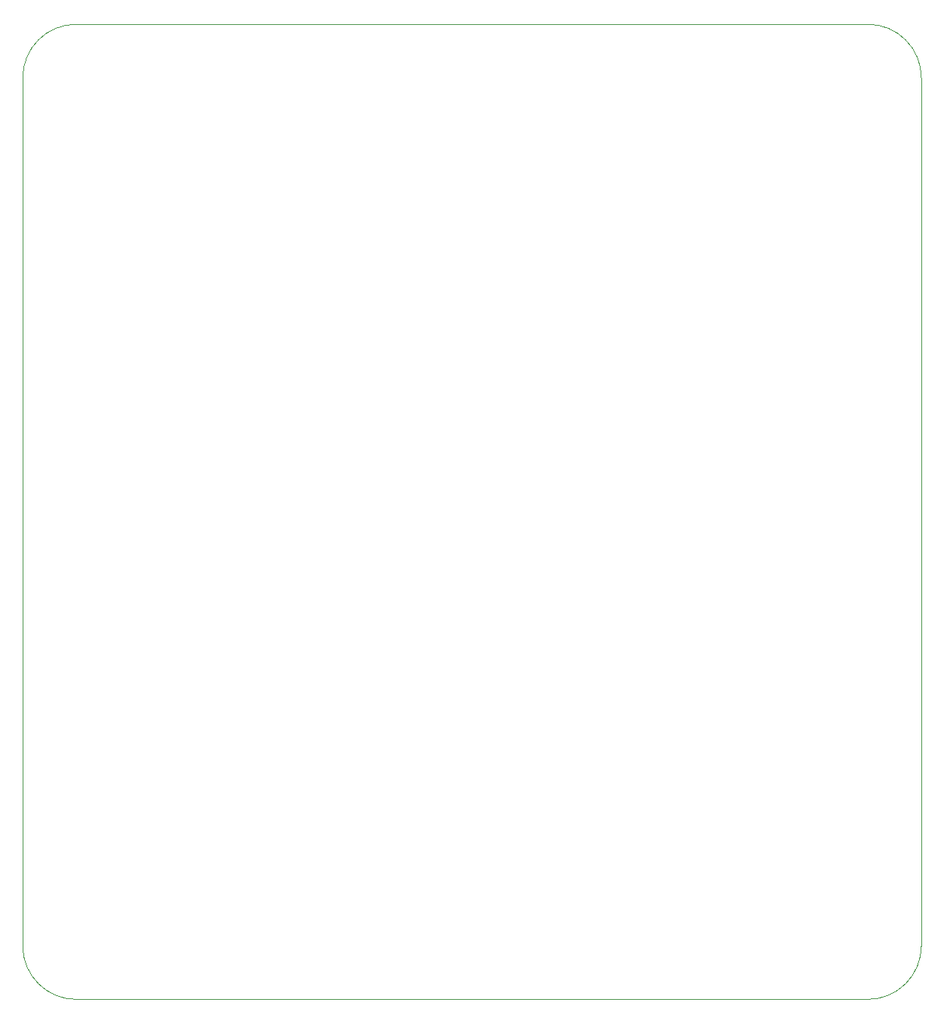
<source format=gbr>
G04 #@! TF.GenerationSoftware,KiCad,Pcbnew,(5.1.5)-3*
G04 #@! TF.CreationDate,2020-10-29T12:26:40+11:00*
G04 #@! TF.ProjectId,MotorControlsV2,4d6f746f-7243-46f6-9e74-726f6c735632,rev?*
G04 #@! TF.SameCoordinates,Original*
G04 #@! TF.FileFunction,Profile,NP*
%FSLAX46Y46*%
G04 Gerber Fmt 4.6, Leading zero omitted, Abs format (unit mm)*
G04 Created by KiCad (PCBNEW (5.1.5)-3) date 2020-10-29 12:26:40*
%MOMM*%
%LPD*%
G04 APERTURE LIST*
%ADD10C,0.050000*%
G04 APERTURE END LIST*
D10*
X97000000Y-147750000D02*
G75*
G02X91000000Y-141750000I0J6000000D01*
G01*
X91000000Y-44500000D02*
X91000000Y-141750000D01*
X91000000Y-44500000D02*
G75*
G02X97000000Y-38500000I6000000J0D01*
G01*
X185750000Y-38500000D02*
X97000000Y-38500000D01*
X185750000Y-38500000D02*
G75*
G02X191750000Y-44500000I0J-6000000D01*
G01*
X185750000Y-147750000D02*
X97000000Y-147750000D01*
X191750000Y-141750000D02*
X191750000Y-44500000D01*
X191750000Y-141750000D02*
G75*
G02X185750000Y-147750000I-6000000J0D01*
G01*
M02*

</source>
